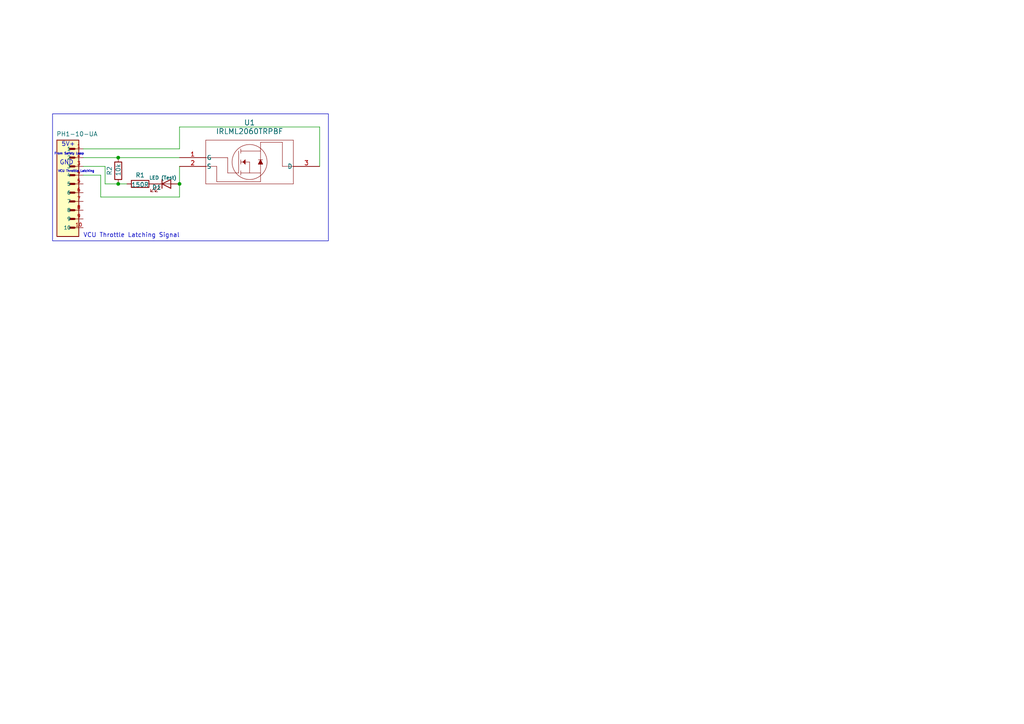
<source format=kicad_sch>
(kicad_sch (version 20231120) (generator "eeschema") (generator_version "8.0")
  (paper "A4")
  (lib_symbols
    (symbol "10 pin output:PH1-10-UA" (pin_names (offset 1.016))
      (property "Reference" "J" (at 0 28.448 0))
      (property "Value" "PH1-10-UA" (at 0 0 0))
      (symbol "PH1-10-UA_0_0"
        (polyline (pts (xy 3.81 2.54) (xy 5.08 2.54)) (stroke (width 0.6096)))
        (polyline (pts (xy 3.81 5.08) (xy 5.08 5.08)) (stroke (width 0.6096)))
        (polyline (pts (xy 3.81 7.62) (xy 5.08 7.62)) (stroke (width 0.6096)))
        (polyline (pts (xy 3.81 10.16) (xy 5.08 10.16)) (stroke (width 0.6096)))
        (polyline (pts (xy 3.81 12.7) (xy 5.08 12.7)) (stroke (width 0.6096)))
        (polyline (pts (xy 3.81 15.24) (xy 5.08 15.24)) (stroke (width 0.6096)))
        (polyline (pts (xy 3.81 17.78) (xy 5.08 17.78)) (stroke (width 0.6096)))
        (polyline (pts (xy 3.81 20.32) (xy 5.08 20.32)) (stroke (width 0.6096)))
        (polyline (pts (xy 3.81 22.86) (xy 5.08 22.86)) (stroke (width 0.6096)))
        (polyline (pts (xy 3.81 25.4) (xy 5.08 25.4)) (stroke (width 0.6096)))
        (rectangle (start 0 0) (end 6.35 27.94) (stroke (width 0.254)) (fill (type background)))
        (pin passive line (at 7.62 25.4 180) (length 2.54) (name "1") (number "1"))
        (pin passive line (at 7.62 2.54 180) (length 2.54) (name "10") (number "10"))
        (pin passive line (at 7.62 22.86 180) (length 2.54) (name "2") (number "2"))
        (pin passive line (at 7.62 20.32 180) (length 2.54) (name "3") (number "3"))
        (pin passive line (at 7.62 17.78 180) (length 2.54) (name "4") (number "4"))
        (pin passive line (at 7.62 15.24 180) (length 2.54) (name "5") (number "5"))
        (pin passive line (at 7.62 12.7 180) (length 2.54) (name "6") (number "6"))
        (pin passive line (at 7.62 10.16 180) (length 2.54) (name "7") (number "7"))
        (pin passive line (at 7.62 7.62 180) (length 2.54) (name "8") (number "8"))
        (pin passive line (at 7.62 5.08 180) (length 2.54) (name "9") (number "9"))
      )
    )
    (symbol "Device:LED" (pin_numbers hide) (pin_names (offset 1.016) hide)
      (property "Reference" "D" (at 0 2.54 0))
      (property "Value" "LED" (at 0 -2.54 0))
      (symbol "LED_0_1"
        (polyline (pts (xy -1.27 -1.27) (xy -1.27 1.27)) (stroke (width 0.254)))
        (polyline (pts (xy -1.27 0) (xy 1.27 0)))
        (polyline (pts (xy 1.27 -1.27) (xy 1.27 1.27) (xy -1.27 0) (xy 1.27 -1.27)) (stroke (width 0.254)))
        (polyline (pts (xy -3.048 -0.762) (xy -4.572 -2.286) (xy -3.81 -2.286) (xy -4.572 -2.286) (xy -4.572 -1.524)))
        (polyline (pts (xy -1.778 -0.762) (xy -3.302 -2.286) (xy -2.54 -2.286) (xy -3.302 -2.286) (xy -3.302 -1.524)))
      )
      (symbol "LED_1_1"
        (pin passive line (at -3.81 0 0) (length 2.54) (name "K") (number "1"))
        (pin passive line (at 3.81 0 180) (length 2.54) (name "A") (number "2"))
      )
    )
    (symbol "Device:R" (pin_numbers hide) (pin_names (offset 0))
      (property "Reference" "R" (at 2.032 0 90))
      (property "Value" "R" (at 0 0 90))
      (symbol "R_0_1"
        (rectangle (start -1.016 -2.54) (end 1.016 2.54) (stroke (width 0.254)))
      )
      (symbol "R_1_1"
        (pin passive line (at 0 3.81 270) (length 1.27) (name "~") (number "1"))
        (pin passive line (at 0 -3.81 90) (length 1.27) (name "~") (number "2"))
      )
    )
    (symbol "NMOS:IRLML2060TRPBF" (pin_names (offset 0.254))
      (property "Reference" "U" (at 20.32 10.16 0))
      (property "Value" "IRLML2060TRPBF" (at 20.32 7.62 0))
      (symbol "IRLML2060TRPBF_0_1"
        (polyline (pts (xy 7.62 -7.62) (xy 33.02 -7.62)) (stroke (width 0.127)))
        (polyline (pts (xy 7.62 -2.54) (xy 10.795 -2.54)) (stroke (width 0.127)))
        (polyline (pts (xy 7.62 5.08) (xy 7.62 -7.62)) (stroke (width 0.127)))
        (polyline (pts (xy 10.795 -6.985) (xy 23.495 -6.985)) (stroke (width 0.127)))
        (polyline (pts (xy 10.795 -2.54) (xy 10.795 -6.985)) (stroke (width 0.127)))
        (polyline (pts (xy 13.97 -4.445) (xy 13.97 0)) (stroke (width 0.127)))
        (polyline (pts (xy 13.97 0) (xy 7.62 0)) (stroke (width 0.127)))
        (polyline (pts (xy 17.145 -4.445) (xy 13.97 -4.445)) (stroke (width 0.127)))
        (polyline (pts (xy 17.145 1.905) (xy 17.145 -4.445)) (stroke (width 0.127)))
        (polyline (pts (xy 17.78 -5.08) (xy 17.78 -3.81)) (stroke (width 0.127)))
        (polyline (pts (xy 17.78 -4.445) (xy 23.495 -4.445)) (stroke (width 0.127)))
        (polyline (pts (xy 17.78 -1.27) (xy 20.32 -1.27)) (stroke (width 0.127)))
        (polyline (pts (xy 17.78 -0.635) (xy 17.78 -1.905)) (stroke (width 0.127)))
        (polyline (pts (xy 17.78 1.905) (xy 23.495 1.905)) (stroke (width 0.127)))
        (polyline (pts (xy 17.78 2.54) (xy 17.78 1.27)) (stroke (width 0.127)))
        (polyline (pts (xy 18.415 -1.27) (xy 19.05 -0.635)) (stroke (width 0.127)))
        (polyline (pts (xy 19.05 -1.905) (xy 18.415 -1.27)) (stroke (width 0.127)))
        (polyline (pts (xy 19.05 -0.635) (xy 19.05 -1.905)) (stroke (width 0.127)))
        (polyline (pts (xy 20.32 -4.445) (xy 20.32 -1.27)) (stroke (width 0.127)))
        (polyline (pts (xy 22.86 -1.905) (xy 23.495 -0.635)) (stroke (width 0.127)))
        (polyline (pts (xy 22.86 -1.905) (xy 24.13 -1.905)) (stroke (width 0.127)))
        (polyline (pts (xy 22.86 -0.635) (xy 24.13 -0.635)) (stroke (width 0.127)))
        (polyline (pts (xy 23.495 -6.985) (xy 23.495 4.445)) (stroke (width 0.127)))
        (polyline (pts (xy 23.495 -0.635) (xy 24.13 -1.905)) (stroke (width 0.127)))
        (polyline (pts (xy 23.495 4.445) (xy 29.845 4.445)) (stroke (width 0.127)))
        (polyline (pts (xy 29.845 -2.54) (xy 33.02 -2.54)) (stroke (width 0.127)))
        (polyline (pts (xy 29.845 4.445) (xy 29.845 -2.54)) (stroke (width 0.127)))
        (polyline (pts (xy 33.02 -7.62) (xy 33.02 5.08)) (stroke (width 0.127)))
        (polyline (pts (xy 33.02 5.08) (xy 7.62 5.08)) (stroke (width 0.127)))
        (polyline (pts (xy 18.415 -1.27) (xy 19.05 -0.635) (xy 19.05 -1.905)) (fill (type outline)))
        (polyline (pts (xy 22.86 -1.905) (xy 23.495 -0.635) (xy 24.13 -1.905)) (fill (type outline)))
        (circle (center 20.32 -1.27) (radius 5.08) (stroke (width 0.127)))
        (pin unspecified line (at 0 0 0) (length 7.62) (name "G") (number "1"))
        (pin unspecified line (at 0 -2.54 0) (length 7.62) (name "S") (number "2"))
        (pin unspecified line (at 40.64 -2.54 180) (length 7.62) (name "D") (number "3"))
      )
    )
  )
  (junction (at 34.29 45.72))
  (junction (at 52.07 53.34))
  (junction (at 34.29 53.34))
  (wire (pts (xy 34.29 53.34) (xy 36.83 53.34)))
  (wire (pts (xy 52.07 48.26) (xy 52.07 53.34)))
  (wire (pts (xy 52.07 57.15) (xy 29.21 57.15)))
  (wire (pts (xy 92.71 48.26) (xy 92.71 36.83)))
  (wire (pts (xy 92.71 36.83) (xy 52.07 36.83)))
  (wire (pts (xy 52.07 43.18) (xy 24.13 43.18)))
  (wire (pts (xy 30.48 53.34) (xy 30.48 48.26)))
  (wire (pts (xy 29.21 50.8) (xy 24.13 50.8)))
  (wire (pts (xy 29.21 57.15) (xy 29.21 50.8)))
  (wire (pts (xy 34.29 53.34) (xy 30.48 53.34)))
  (wire (pts (xy 24.13 45.72) (xy 34.29 45.72)))
  (wire (pts (xy 52.07 36.83) (xy 52.07 43.18)))
  (wire (pts (xy 30.48 48.26) (xy 24.13 48.26)))
  (wire (pts (xy 34.29 45.72) (xy 52.07 45.72)))
  (wire (pts (xy 52.07 53.34) (xy 52.07 57.15)))
  (rectangle (start 15.24 33.02) (end 95.25 69.85))
  (text "5V+\n" (at 19.812 41.91 0) (effects (font (size 1.27 1.27))))
  (text "VCU Throttle Latching\n" (at 22.098 49.784 0) (effects (font (size 0.635 0.635))))
  (text "VCU Throttle Latching Signal\n\n" (at 24.13 71.12 0) (effects (font (size 1.27 1.27)) (justify left bottom)))
  (text "From Safety Loop\n" (at 20.066 44.704 0) (effects (font (size 0.635 0.635))))
  (text "GND\n" (at 19.304 47.244 0) (effects (font (size 1.27 1.27))))
  (symbol (lib_id "Device:LED") (at 48.26 53.34 0) (unit 1)
    (property "Reference" "D1" (at 45.466 54.356 0))
    (property "Value" "LED (Test)" (at 47.244 51.562 0) (effects (font (size 1 1))))
    (property "Footprint" "LED:LED_AP3216SYD_KNB" (effects (hide yes)))
  )
  (symbol (lib_id "NMOS:IRLML2060TRPBF") (at 52.07 45.72 0) (unit 1)
    (property "Reference" "U1" (at 72.39 35.56 0) (effects (font (size 1.524 1.524))))
    (property "Value" "IRLML2060TRPBF" (at 72.39 38.1 0) (effects (font (size 1.524 1.524))))
    (property "Footprint" "SOT23_INF" (effects (hide yes)))
    (property "Datasheet" "IRLML2060TRPBF" (effects (hide yes)))
  )
  (symbol (lib_id "Device:R") (at 40.64 53.34 90) (unit 1)
    (property "Reference" "R1" (at 40.64 50.8 90))
    (property "Value" "150R" (at 40.64 53.594 90))
    (property "Footprint" "CF14JT10K0:STA_CF14_STP" (effects (hide yes)))
  )
  (symbol (lib_id "Device:R") (at 34.29 49.53 180) (unit 1)
    (property "Reference" "R2" (at 31.75 49.53 90))
    (property "Value" "10k" (at 34.29 49.276 90))
    (property "Footprint" "CF14JT10K0:STA_CF14_STP" (effects (hide yes)))
  )
  (symbol (lib_id "10 pin output:PH1-10-UA") (at 16.51 68.58 0) (unit 1)
    (property "Reference" "J1" (effects (hide yes)))
    (property "Value" "PH1-10-UA" (at 22.352 38.862 0))
    (property "Footprint" "PH1-10-UA:1X10-2.54MM-THT" (effects (hide yes)))
    (property "MF" "Adam Tech" (effects (hide yes)))
    (property "Description_1" "\n                        \n                            Connector Header Through Hole 10 position 0.100 (2.54mm)\n                        \n" (effects (hide yes)))
    (property "Package" "None" (effects (hide yes)))
    (property "Price" "None" (effects (hide yes)))
    (property "SnapEDA_Link" "https://www.snapeda.com/parts/PH1-10-UA/Adam+Tech/view-part/?ref=snap" (effects (hide yes)))
    (property "MP" "PH1-10-UA" (effects (hide yes)))
    (property "Availability" "In Stock" (effects (hide yes)))
    (property "Check_prices" "https://www.snapeda.com/parts/PH1-10-UA/Adam+Tech/view-part/?ref=eda" (effects (hide yes)))
  )
)
</source>
